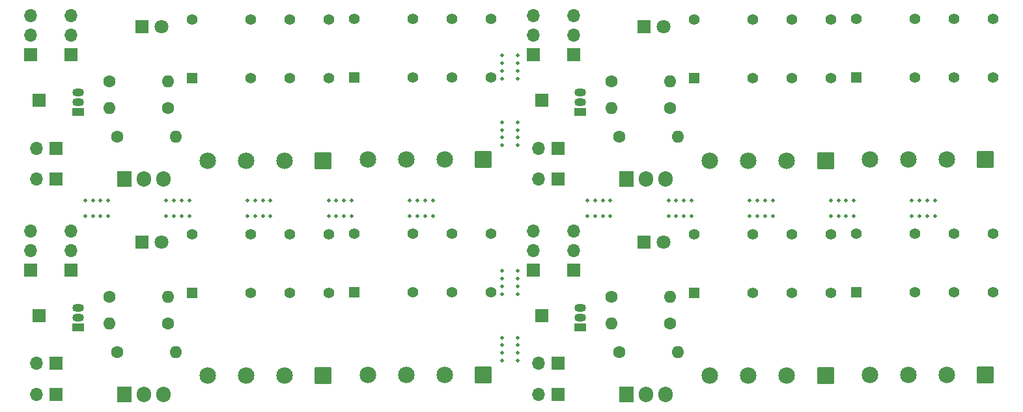
<source format=gbr>
%TF.GenerationSoftware,KiCad,Pcbnew,7.0.9*%
%TF.CreationDate,2024-06-09T17:36:51-04:00*%
%TF.ProjectId,Jackless-Panel,4a61636b-6c65-4737-932d-50616e656c2e,rev?*%
%TF.SameCoordinates,Original*%
%TF.FileFunction,Soldermask,Top*%
%TF.FilePolarity,Negative*%
%FSLAX46Y46*%
G04 Gerber Fmt 4.6, Leading zero omitted, Abs format (unit mm)*
G04 Created by KiCad (PCBNEW 7.0.9) date 2024-06-09 17:36:51*
%MOMM*%
%LPD*%
G01*
G04 APERTURE LIST*
G04 Aperture macros list*
%AMRoundRect*
0 Rectangle with rounded corners*
0 $1 Rounding radius*
0 $2 $3 $4 $5 $6 $7 $8 $9 X,Y pos of 4 corners*
0 Add a 4 corners polygon primitive as box body*
4,1,4,$2,$3,$4,$5,$6,$7,$8,$9,$2,$3,0*
0 Add four circle primitives for the rounded corners*
1,1,$1+$1,$2,$3*
1,1,$1+$1,$4,$5*
1,1,$1+$1,$6,$7*
1,1,$1+$1,$8,$9*
0 Add four rect primitives between the rounded corners*
20,1,$1+$1,$2,$3,$4,$5,0*
20,1,$1+$1,$4,$5,$6,$7,0*
20,1,$1+$1,$6,$7,$8,$9,0*
20,1,$1+$1,$8,$9,$2,$3,0*%
G04 Aperture macros list end*
%ADD10C,0.500000*%
%ADD11C,1.600000*%
%ADD12O,1.600000X1.600000*%
%ADD13R,1.700000X1.700000*%
%ADD14R,1.500000X1.050000*%
%ADD15O,1.500000X1.050000*%
%ADD16O,1.700000X1.700000*%
%ADD17RoundRect,0.102000X0.975000X0.975000X-0.975000X0.975000X-0.975000X-0.975000X0.975000X-0.975000X0*%
%ADD18C,2.154000*%
%ADD19R,1.800000X1.800000*%
%ADD20C,1.800000*%
%ADD21R,1.400000X1.400000*%
%ADD22C,1.400000*%
%ADD23R,1.905000X2.000000*%
%ADD24O,1.905000X2.000000*%
G04 APERTURE END LIST*
D10*
%TO.C,KiKit_MB_18_3*%
X105800000Y-48000000D03*
%TD*%
%TO.C,KiKit_MB_4_2*%
X105800000Y-46000000D03*
%TD*%
D11*
%TO.C,LeftPD1*%
X169310000Y-34000000D03*
D12*
X161690000Y-34000000D03*
%TD*%
D13*
%TO.C,J1*%
X87300000Y-61000000D03*
%TD*%
D10*
%TO.C,KiKit_MB_5_2*%
X116350000Y-46000000D03*
%TD*%
%TO.C,KiKit_MB_20_4*%
X127900000Y-48000000D03*
%TD*%
D14*
%TO.C,QL1*%
X92310000Y-62520000D03*
D15*
X92310000Y-61250000D03*
X92310000Y-59980000D03*
%TD*%
D10*
%TO.C,KiKit_MB_24_1*%
X158550000Y-48000000D03*
%TD*%
%TO.C,KiKit_MB_11_1*%
X172100000Y-46000000D03*
%TD*%
D14*
%TO.C,QL1*%
X157610000Y-34520000D03*
D15*
X157610000Y-33250000D03*
X157610000Y-31980000D03*
%TD*%
D10*
%TO.C,KiKit_MB_28_1*%
X200750000Y-48000000D03*
%TD*%
%TO.C,KiKit_MB_18_2*%
X104800000Y-48000000D03*
%TD*%
%TO.C,KiKit_MB_9_4*%
X149500000Y-35833333D03*
%TD*%
%TO.C,KiKit_MB_12_1*%
X182650000Y-46000000D03*
%TD*%
D13*
%TO.C,J1*%
X87300000Y-33000000D03*
%TD*%
D10*
%TO.C,KiKit_MB_15_1*%
X147500000Y-55166666D03*
%TD*%
%TO.C,KiKit_MB_12_3*%
X180650000Y-46000000D03*
%TD*%
%TO.C,KiKit_MB_9_2*%
X149500000Y-37833333D03*
%TD*%
%TO.C,KiKit_MB_14_3*%
X201750000Y-46000000D03*
%TD*%
%TO.C,KiKit_MB_25_2*%
X170100000Y-48000000D03*
%TD*%
D13*
%TO.C,Out1*%
X91450000Y-27080000D03*
D16*
X91450000Y-24540000D03*
X91450000Y-22000000D03*
%TD*%
D13*
%TO.C,In1*%
X86200000Y-27080000D03*
D16*
X86200000Y-24540000D03*
X86200000Y-22000000D03*
%TD*%
D17*
%TO.C,J5*%
X145000000Y-40700000D03*
D18*
X140000000Y-40700000D03*
X135000000Y-40700000D03*
X130000000Y-40700000D03*
%TD*%
D19*
%TO.C,D1*%
X165925000Y-51400000D03*
D20*
X168465000Y-51400000D03*
%TD*%
D10*
%TO.C,KiKit_MB_3_4*%
X93250000Y-46000000D03*
%TD*%
%TO.C,KiKit_MB_18_4*%
X106800000Y-48000000D03*
%TD*%
D11*
%TO.C,LGate1*%
X96390000Y-58500000D03*
D12*
X104010000Y-58500000D03*
%TD*%
D21*
%TO.C,Left/Mono1*%
X193542500Y-29962500D03*
D22*
X201162500Y-29962500D03*
X206242500Y-29962500D03*
X211322500Y-29962500D03*
X211322500Y-22342500D03*
X206242500Y-22342500D03*
X201162500Y-22342500D03*
X193542500Y-22342500D03*
%TD*%
D10*
%TO.C,KiKit_MB_26_3*%
X181650000Y-48000000D03*
%TD*%
%TO.C,KiKit_MB_15_4*%
X147500000Y-58166666D03*
%TD*%
D13*
%TO.C,In1*%
X151500000Y-55080000D03*
D16*
X151500000Y-52540000D03*
X151500000Y-50000000D03*
%TD*%
D11*
%TO.C,LGate1*%
X96390000Y-30500000D03*
D12*
X104010000Y-30500000D03*
%TD*%
D11*
%TO.C,RLed1*%
X97390000Y-65750000D03*
D12*
X105010000Y-65750000D03*
%TD*%
D21*
%TO.C,Right1*%
X172442500Y-30062500D03*
D22*
X180062500Y-30062500D03*
X185142500Y-30062500D03*
X190222500Y-30062500D03*
X190222500Y-22442500D03*
X185142500Y-22442500D03*
X180062500Y-22442500D03*
X172442500Y-22442500D03*
%TD*%
D10*
%TO.C,KiKit_MB_25_3*%
X171100000Y-48000000D03*
%TD*%
%TO.C,KiKit_MB_2_1*%
X147500000Y-35833333D03*
%TD*%
D11*
%TO.C,RLed1*%
X162690000Y-65750000D03*
D12*
X170310000Y-65750000D03*
%TD*%
D10*
%TO.C,KiKit_MB_6_2*%
X126900000Y-46000000D03*
%TD*%
D11*
%TO.C,LGate1*%
X161690000Y-58500000D03*
D12*
X169310000Y-58500000D03*
%TD*%
D10*
%TO.C,KiKit_MB_14_4*%
X200750000Y-46000000D03*
%TD*%
%TO.C,KiKit_MB_26_1*%
X179650000Y-48000000D03*
%TD*%
D21*
%TO.C,Right1*%
X107142500Y-58062500D03*
D22*
X114762500Y-58062500D03*
X119842500Y-58062500D03*
X124922500Y-58062500D03*
X124922500Y-50442500D03*
X119842500Y-50442500D03*
X114762500Y-50442500D03*
X107142500Y-50442500D03*
%TD*%
D10*
%TO.C,KiKit_MB_27_4*%
X193200000Y-48000000D03*
%TD*%
D21*
%TO.C,Left/Mono1*%
X128242500Y-57962500D03*
D22*
X135862500Y-57962500D03*
X140942500Y-57962500D03*
X146022500Y-57962500D03*
X146022500Y-50342500D03*
X140942500Y-50342500D03*
X135862500Y-50342500D03*
X128242500Y-50342500D03*
%TD*%
D13*
%TO.C,J3*%
X154775000Y-39200000D03*
D16*
X152235000Y-39200000D03*
%TD*%
D10*
%TO.C,KiKit_MB_28_2*%
X201750000Y-48000000D03*
%TD*%
D13*
%TO.C,J3*%
X154775000Y-67200000D03*
D16*
X152235000Y-67200000D03*
%TD*%
D11*
%TO.C,RLed1*%
X97390000Y-37750000D03*
D12*
X105010000Y-37750000D03*
%TD*%
D10*
%TO.C,KiKit_MB_5_3*%
X115350000Y-46000000D03*
%TD*%
D13*
%TO.C,J2*%
X89475000Y-43200000D03*
D16*
X86935000Y-43200000D03*
%TD*%
D10*
%TO.C,KiKit_MB_17_2*%
X94250000Y-48000000D03*
%TD*%
D11*
%TO.C,LeftPD1*%
X169310000Y-62000000D03*
D12*
X161690000Y-62000000D03*
%TD*%
D17*
%TO.C,J4*%
X124200000Y-40800000D03*
D18*
X119200000Y-40800000D03*
X114200000Y-40800000D03*
X109200000Y-40800000D03*
%TD*%
D21*
%TO.C,Right1*%
X172442500Y-58062500D03*
D22*
X180062500Y-58062500D03*
X185142500Y-58062500D03*
X190222500Y-58062500D03*
X190222500Y-50442500D03*
X185142500Y-50442500D03*
X180062500Y-50442500D03*
X172442500Y-50442500D03*
%TD*%
D19*
%TO.C,D1*%
X165925000Y-23400000D03*
D20*
X168465000Y-23400000D03*
%TD*%
D10*
%TO.C,KiKit_MB_8_3*%
X149500000Y-28166667D03*
%TD*%
D13*
%TO.C,J2*%
X154775000Y-43200000D03*
D16*
X152235000Y-43200000D03*
%TD*%
D10*
%TO.C,KiKit_MB_6_4*%
X124900000Y-46000000D03*
%TD*%
D14*
%TO.C,QL1*%
X157610000Y-62520000D03*
D15*
X157610000Y-61250000D03*
X157610000Y-59980000D03*
%TD*%
D10*
%TO.C,KiKit_MB_8_2*%
X149500000Y-29166667D03*
%TD*%
%TO.C,KiKit_MB_11_4*%
X169100000Y-46000000D03*
%TD*%
%TO.C,KiKit_MB_2_3*%
X147500000Y-37833333D03*
%TD*%
%TO.C,KiKit_MB_7_1*%
X138450000Y-46000000D03*
%TD*%
%TO.C,KiKit_MB_16_3*%
X147500000Y-65833333D03*
%TD*%
%TO.C,KiKit_MB_17_1*%
X93250000Y-48000000D03*
%TD*%
%TO.C,KiKit_MB_7_2*%
X137450000Y-46000000D03*
%TD*%
%TO.C,KiKit_MB_23_4*%
X149500000Y-63833333D03*
%TD*%
%TO.C,KiKit_MB_11_3*%
X170100000Y-46000000D03*
%TD*%
%TO.C,KiKit_MB_14_1*%
X203750000Y-46000000D03*
%TD*%
%TO.C,KiKit_MB_7_3*%
X136450000Y-46000000D03*
%TD*%
%TO.C,KiKit_MB_10_2*%
X160550000Y-46000000D03*
%TD*%
D13*
%TO.C,J2*%
X89475000Y-71200000D03*
D16*
X86935000Y-71200000D03*
%TD*%
D10*
%TO.C,KiKit_MB_4_3*%
X104800000Y-46000000D03*
%TD*%
%TO.C,KiKit_MB_16_2*%
X147500000Y-64833333D03*
%TD*%
%TO.C,KiKit_MB_13_4*%
X190200000Y-46000000D03*
%TD*%
%TO.C,KiKit_MB_1_1*%
X147500000Y-27166667D03*
%TD*%
%TO.C,KiKit_MB_8_4*%
X149500000Y-27166667D03*
%TD*%
D13*
%TO.C,In1*%
X151500000Y-27080000D03*
D16*
X151500000Y-24540000D03*
X151500000Y-22000000D03*
%TD*%
D13*
%TO.C,Out1*%
X156750000Y-55080000D03*
D16*
X156750000Y-52540000D03*
X156750000Y-50000000D03*
%TD*%
D10*
%TO.C,KiKit_MB_26_4*%
X182650000Y-48000000D03*
%TD*%
%TO.C,KiKit_MB_17_4*%
X96250000Y-48000000D03*
%TD*%
%TO.C,KiKit_MB_19_2*%
X115350000Y-48000000D03*
%TD*%
D13*
%TO.C,Out1*%
X156750000Y-27080000D03*
D16*
X156750000Y-24540000D03*
X156750000Y-22000000D03*
%TD*%
D13*
%TO.C,Out1*%
X91450000Y-55080000D03*
D16*
X91450000Y-52540000D03*
X91450000Y-50000000D03*
%TD*%
D13*
%TO.C,J3*%
X89475000Y-39200000D03*
D16*
X86935000Y-39200000D03*
%TD*%
D10*
%TO.C,KiKit_MB_19_1*%
X114350000Y-48000000D03*
%TD*%
D13*
%TO.C,J1*%
X152600000Y-33000000D03*
%TD*%
D10*
%TO.C,KiKit_MB_21_1*%
X135450000Y-48000000D03*
%TD*%
%TO.C,KiKit_MB_23_3*%
X149500000Y-64833333D03*
%TD*%
D17*
%TO.C,J5*%
X210300000Y-40700000D03*
D18*
X205300000Y-40700000D03*
X200300000Y-40700000D03*
X195300000Y-40700000D03*
%TD*%
D10*
%TO.C,KiKit_MB_21_2*%
X136450000Y-48000000D03*
%TD*%
%TO.C,KiKit_MB_25_1*%
X169100000Y-48000000D03*
%TD*%
D11*
%TO.C,LGate1*%
X161690000Y-30500000D03*
D12*
X169310000Y-30500000D03*
%TD*%
D10*
%TO.C,KiKit_MB_18_1*%
X103800000Y-48000000D03*
%TD*%
D23*
%TO.C,U1*%
X98360000Y-43245000D03*
D24*
X100900000Y-43245000D03*
X103440000Y-43245000D03*
%TD*%
D19*
%TO.C,D1*%
X100625000Y-51400000D03*
D20*
X103165000Y-51400000D03*
%TD*%
D10*
%TO.C,KiKit_MB_15_2*%
X147500000Y-56166666D03*
%TD*%
D14*
%TO.C,QL1*%
X92310000Y-34520000D03*
D15*
X92310000Y-33250000D03*
X92310000Y-31980000D03*
%TD*%
D10*
%TO.C,KiKit_MB_9_3*%
X149500000Y-36833333D03*
%TD*%
D11*
%TO.C,LeftPD1*%
X104010000Y-34000000D03*
D12*
X96390000Y-34000000D03*
%TD*%
D13*
%TO.C,J2*%
X154775000Y-71200000D03*
D16*
X152235000Y-71200000D03*
%TD*%
D10*
%TO.C,KiKit_MB_24_3*%
X160550000Y-48000000D03*
%TD*%
%TO.C,KiKit_MB_20_3*%
X126900000Y-48000000D03*
%TD*%
%TO.C,KiKit_MB_22_3*%
X149500000Y-56166666D03*
%TD*%
D17*
%TO.C,J5*%
X210300000Y-68700000D03*
D18*
X205300000Y-68700000D03*
X200300000Y-68700000D03*
X195300000Y-68700000D03*
%TD*%
D10*
%TO.C,KiKit_MB_28_3*%
X202750000Y-48000000D03*
%TD*%
D21*
%TO.C,Right1*%
X107142500Y-30062500D03*
D22*
X114762500Y-30062500D03*
X119842500Y-30062500D03*
X124922500Y-30062500D03*
X124922500Y-22442500D03*
X119842500Y-22442500D03*
X114762500Y-22442500D03*
X107142500Y-22442500D03*
%TD*%
D10*
%TO.C,KiKit_MB_22_1*%
X149500000Y-58166666D03*
%TD*%
%TO.C,KiKit_MB_9_1*%
X149500000Y-38833333D03*
%TD*%
%TO.C,KiKit_MB_24_2*%
X159550000Y-48000000D03*
%TD*%
%TO.C,KiKit_MB_1_3*%
X147500000Y-29166667D03*
%TD*%
%TO.C,KiKit_MB_12_2*%
X181650000Y-46000000D03*
%TD*%
%TO.C,KiKit_MB_3_1*%
X96250000Y-46000000D03*
%TD*%
D13*
%TO.C,J1*%
X152600000Y-61000000D03*
%TD*%
D10*
%TO.C,KiKit_MB_6_1*%
X127900000Y-46000000D03*
%TD*%
%TO.C,KiKit_MB_27_3*%
X192200000Y-48000000D03*
%TD*%
D17*
%TO.C,J5*%
X145000000Y-68700000D03*
D18*
X140000000Y-68700000D03*
X135000000Y-68700000D03*
X130000000Y-68700000D03*
%TD*%
D10*
%TO.C,KiKit_MB_17_3*%
X95250000Y-48000000D03*
%TD*%
D11*
%TO.C,LeftPD1*%
X104010000Y-62000000D03*
D12*
X96390000Y-62000000D03*
%TD*%
D10*
%TO.C,KiKit_MB_10_4*%
X158550000Y-46000000D03*
%TD*%
D23*
%TO.C,U1*%
X163660000Y-71245000D03*
D24*
X166200000Y-71245000D03*
X168740000Y-71245000D03*
%TD*%
D17*
%TO.C,J4*%
X124200000Y-68800000D03*
D18*
X119200000Y-68800000D03*
X114200000Y-68800000D03*
X109200000Y-68800000D03*
%TD*%
D10*
%TO.C,KiKit_MB_26_2*%
X180650000Y-48000000D03*
%TD*%
%TO.C,KiKit_MB_23_1*%
X149500000Y-66833333D03*
%TD*%
%TO.C,KiKit_MB_10_1*%
X161550000Y-46000000D03*
%TD*%
%TO.C,KiKit_MB_2_2*%
X147500000Y-36833333D03*
%TD*%
%TO.C,KiKit_MB_6_3*%
X125900000Y-46000000D03*
%TD*%
%TO.C,KiKit_MB_20_2*%
X125900000Y-48000000D03*
%TD*%
%TO.C,KiKit_MB_16_4*%
X147500000Y-66833333D03*
%TD*%
D23*
%TO.C,U1*%
X98360000Y-71245000D03*
D24*
X100900000Y-71245000D03*
X103440000Y-71245000D03*
%TD*%
D10*
%TO.C,KiKit_MB_7_4*%
X135450000Y-46000000D03*
%TD*%
D17*
%TO.C,J4*%
X189500000Y-40800000D03*
D18*
X184500000Y-40800000D03*
X179500000Y-40800000D03*
X174500000Y-40800000D03*
%TD*%
D10*
%TO.C,KiKit_MB_23_2*%
X149500000Y-65833333D03*
%TD*%
%TO.C,KiKit_MB_5_4*%
X114350000Y-46000000D03*
%TD*%
%TO.C,KiKit_MB_28_4*%
X203750000Y-48000000D03*
%TD*%
%TO.C,KiKit_MB_19_3*%
X116350000Y-48000000D03*
%TD*%
%TO.C,KiKit_MB_2_4*%
X147500000Y-38833333D03*
%TD*%
%TO.C,KiKit_MB_13_2*%
X192200000Y-46000000D03*
%TD*%
%TO.C,KiKit_MB_12_4*%
X179650000Y-46000000D03*
%TD*%
D23*
%TO.C,U1*%
X163660000Y-43245000D03*
D24*
X166200000Y-43245000D03*
X168740000Y-43245000D03*
%TD*%
D10*
%TO.C,KiKit_MB_22_4*%
X149500000Y-55166666D03*
%TD*%
%TO.C,KiKit_MB_21_4*%
X138450000Y-48000000D03*
%TD*%
%TO.C,KiKit_MB_27_2*%
X191200000Y-48000000D03*
%TD*%
%TO.C,KiKit_MB_1_2*%
X147500000Y-28166667D03*
%TD*%
%TO.C,KiKit_MB_16_1*%
X147500000Y-63833333D03*
%TD*%
%TO.C,KiKit_MB_13_3*%
X191200000Y-46000000D03*
%TD*%
%TO.C,KiKit_MB_4_1*%
X106800000Y-46000000D03*
%TD*%
%TO.C,KiKit_MB_8_1*%
X149500000Y-30166667D03*
%TD*%
%TO.C,KiKit_MB_22_2*%
X149500000Y-57166666D03*
%TD*%
%TO.C,KiKit_MB_3_2*%
X95250000Y-46000000D03*
%TD*%
D13*
%TO.C,J3*%
X89475000Y-67200000D03*
D16*
X86935000Y-67200000D03*
%TD*%
D13*
%TO.C,In1*%
X86200000Y-55080000D03*
D16*
X86200000Y-52540000D03*
X86200000Y-50000000D03*
%TD*%
D10*
%TO.C,KiKit_MB_11_2*%
X171100000Y-46000000D03*
%TD*%
%TO.C,KiKit_MB_14_2*%
X202750000Y-46000000D03*
%TD*%
%TO.C,KiKit_MB_13_1*%
X193200000Y-46000000D03*
%TD*%
%TO.C,KiKit_MB_21_3*%
X137450000Y-48000000D03*
%TD*%
%TO.C,KiKit_MB_27_1*%
X190200000Y-48000000D03*
%TD*%
%TO.C,KiKit_MB_5_1*%
X117350000Y-46000000D03*
%TD*%
D19*
%TO.C,D1*%
X100625000Y-23400000D03*
D20*
X103165000Y-23400000D03*
%TD*%
D10*
%TO.C,KiKit_MB_4_4*%
X103800000Y-46000000D03*
%TD*%
%TO.C,KiKit_MB_24_4*%
X161550000Y-48000000D03*
%TD*%
D17*
%TO.C,J4*%
X189500000Y-68800000D03*
D18*
X184500000Y-68800000D03*
X179500000Y-68800000D03*
X174500000Y-68800000D03*
%TD*%
D21*
%TO.C,Left/Mono1*%
X193542500Y-57962500D03*
D22*
X201162500Y-57962500D03*
X206242500Y-57962500D03*
X211322500Y-57962500D03*
X211322500Y-50342500D03*
X206242500Y-50342500D03*
X201162500Y-50342500D03*
X193542500Y-50342500D03*
%TD*%
D10*
%TO.C,KiKit_MB_15_3*%
X147500000Y-57166666D03*
%TD*%
%TO.C,KiKit_MB_1_4*%
X147500000Y-30166667D03*
%TD*%
%TO.C,KiKit_MB_25_4*%
X172100000Y-48000000D03*
%TD*%
%TO.C,KiKit_MB_20_1*%
X124900000Y-48000000D03*
%TD*%
D21*
%TO.C,Left/Mono1*%
X128242500Y-29962500D03*
D22*
X135862500Y-29962500D03*
X140942500Y-29962500D03*
X146022500Y-29962500D03*
X146022500Y-22342500D03*
X140942500Y-22342500D03*
X135862500Y-22342500D03*
X128242500Y-22342500D03*
%TD*%
D10*
%TO.C,KiKit_MB_19_4*%
X117350000Y-48000000D03*
%TD*%
%TO.C,KiKit_MB_3_3*%
X94250000Y-46000000D03*
%TD*%
D11*
%TO.C,RLed1*%
X162690000Y-37750000D03*
D12*
X170310000Y-37750000D03*
%TD*%
D10*
%TO.C,KiKit_MB_10_3*%
X159550000Y-46000000D03*
%TD*%
M02*

</source>
